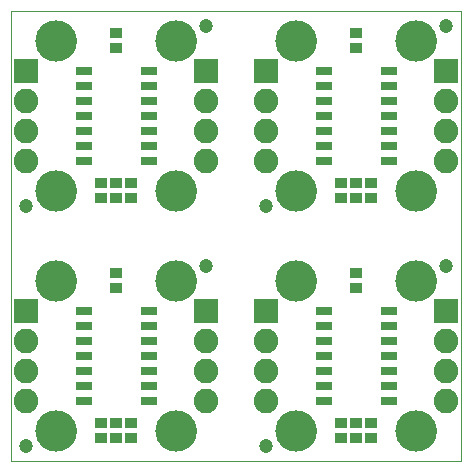
<source format=gts>
G75*
G70*
%OFA0B0*%
%FSLAX24Y24*%
%IPPOS*%
%LPD*%
%AMOC8*
5,1,8,0,0,1.08239X$1,22.5*
%
%ADD10C,0.0000*%
%ADD11R,0.0552X0.0277*%
%ADD12R,0.0434X0.0356*%
%ADD13C,0.1380*%
%ADD14R,0.0820X0.0820*%
%ADD15C,0.0820*%
%ADD16C,0.0474*%
D10*
X013838Y004001D02*
X020838Y004001D01*
X021338Y004001D01*
X021838Y004001D01*
X028838Y004001D01*
X028838Y011001D01*
X028838Y011501D01*
X028838Y012001D01*
X028838Y019001D01*
X021838Y019001D01*
X021338Y019001D01*
X020838Y019001D01*
X013838Y019001D01*
X013838Y012001D01*
X013838Y011501D01*
X013838Y011001D01*
X013838Y004001D01*
X014688Y005001D02*
X014690Y005051D01*
X014696Y005101D01*
X014706Y005151D01*
X014719Y005199D01*
X014736Y005247D01*
X014757Y005293D01*
X014781Y005337D01*
X014809Y005379D01*
X014840Y005419D01*
X014874Y005456D01*
X014911Y005491D01*
X014950Y005522D01*
X014991Y005551D01*
X015035Y005576D01*
X015081Y005598D01*
X015128Y005616D01*
X015176Y005630D01*
X015225Y005641D01*
X015275Y005648D01*
X015325Y005651D01*
X015376Y005650D01*
X015426Y005645D01*
X015476Y005636D01*
X015524Y005624D01*
X015572Y005607D01*
X015618Y005587D01*
X015663Y005564D01*
X015706Y005537D01*
X015746Y005507D01*
X015784Y005474D01*
X015819Y005438D01*
X015852Y005399D01*
X015881Y005358D01*
X015907Y005315D01*
X015930Y005270D01*
X015949Y005223D01*
X015964Y005175D01*
X015976Y005126D01*
X015984Y005076D01*
X015988Y005026D01*
X015988Y004976D01*
X015984Y004926D01*
X015976Y004876D01*
X015964Y004827D01*
X015949Y004779D01*
X015930Y004732D01*
X015907Y004687D01*
X015881Y004644D01*
X015852Y004603D01*
X015819Y004564D01*
X015784Y004528D01*
X015746Y004495D01*
X015706Y004465D01*
X015663Y004438D01*
X015618Y004415D01*
X015572Y004395D01*
X015524Y004378D01*
X015476Y004366D01*
X015426Y004357D01*
X015376Y004352D01*
X015325Y004351D01*
X015275Y004354D01*
X015225Y004361D01*
X015176Y004372D01*
X015128Y004386D01*
X015081Y004404D01*
X015035Y004426D01*
X014991Y004451D01*
X014950Y004480D01*
X014911Y004511D01*
X014874Y004546D01*
X014840Y004583D01*
X014809Y004623D01*
X014781Y004665D01*
X014757Y004709D01*
X014736Y004755D01*
X014719Y004803D01*
X014706Y004851D01*
X014696Y004901D01*
X014690Y004951D01*
X014688Y005001D01*
X018688Y005001D02*
X018690Y005051D01*
X018696Y005101D01*
X018706Y005151D01*
X018719Y005199D01*
X018736Y005247D01*
X018757Y005293D01*
X018781Y005337D01*
X018809Y005379D01*
X018840Y005419D01*
X018874Y005456D01*
X018911Y005491D01*
X018950Y005522D01*
X018991Y005551D01*
X019035Y005576D01*
X019081Y005598D01*
X019128Y005616D01*
X019176Y005630D01*
X019225Y005641D01*
X019275Y005648D01*
X019325Y005651D01*
X019376Y005650D01*
X019426Y005645D01*
X019476Y005636D01*
X019524Y005624D01*
X019572Y005607D01*
X019618Y005587D01*
X019663Y005564D01*
X019706Y005537D01*
X019746Y005507D01*
X019784Y005474D01*
X019819Y005438D01*
X019852Y005399D01*
X019881Y005358D01*
X019907Y005315D01*
X019930Y005270D01*
X019949Y005223D01*
X019964Y005175D01*
X019976Y005126D01*
X019984Y005076D01*
X019988Y005026D01*
X019988Y004976D01*
X019984Y004926D01*
X019976Y004876D01*
X019964Y004827D01*
X019949Y004779D01*
X019930Y004732D01*
X019907Y004687D01*
X019881Y004644D01*
X019852Y004603D01*
X019819Y004564D01*
X019784Y004528D01*
X019746Y004495D01*
X019706Y004465D01*
X019663Y004438D01*
X019618Y004415D01*
X019572Y004395D01*
X019524Y004378D01*
X019476Y004366D01*
X019426Y004357D01*
X019376Y004352D01*
X019325Y004351D01*
X019275Y004354D01*
X019225Y004361D01*
X019176Y004372D01*
X019128Y004386D01*
X019081Y004404D01*
X019035Y004426D01*
X018991Y004451D01*
X018950Y004480D01*
X018911Y004511D01*
X018874Y004546D01*
X018840Y004583D01*
X018809Y004623D01*
X018781Y004665D01*
X018757Y004709D01*
X018736Y004755D01*
X018719Y004803D01*
X018706Y004851D01*
X018696Y004901D01*
X018690Y004951D01*
X018688Y005001D01*
X022688Y005001D02*
X022690Y005051D01*
X022696Y005101D01*
X022706Y005151D01*
X022719Y005199D01*
X022736Y005247D01*
X022757Y005293D01*
X022781Y005337D01*
X022809Y005379D01*
X022840Y005419D01*
X022874Y005456D01*
X022911Y005491D01*
X022950Y005522D01*
X022991Y005551D01*
X023035Y005576D01*
X023081Y005598D01*
X023128Y005616D01*
X023176Y005630D01*
X023225Y005641D01*
X023275Y005648D01*
X023325Y005651D01*
X023376Y005650D01*
X023426Y005645D01*
X023476Y005636D01*
X023524Y005624D01*
X023572Y005607D01*
X023618Y005587D01*
X023663Y005564D01*
X023706Y005537D01*
X023746Y005507D01*
X023784Y005474D01*
X023819Y005438D01*
X023852Y005399D01*
X023881Y005358D01*
X023907Y005315D01*
X023930Y005270D01*
X023949Y005223D01*
X023964Y005175D01*
X023976Y005126D01*
X023984Y005076D01*
X023988Y005026D01*
X023988Y004976D01*
X023984Y004926D01*
X023976Y004876D01*
X023964Y004827D01*
X023949Y004779D01*
X023930Y004732D01*
X023907Y004687D01*
X023881Y004644D01*
X023852Y004603D01*
X023819Y004564D01*
X023784Y004528D01*
X023746Y004495D01*
X023706Y004465D01*
X023663Y004438D01*
X023618Y004415D01*
X023572Y004395D01*
X023524Y004378D01*
X023476Y004366D01*
X023426Y004357D01*
X023376Y004352D01*
X023325Y004351D01*
X023275Y004354D01*
X023225Y004361D01*
X023176Y004372D01*
X023128Y004386D01*
X023081Y004404D01*
X023035Y004426D01*
X022991Y004451D01*
X022950Y004480D01*
X022911Y004511D01*
X022874Y004546D01*
X022840Y004583D01*
X022809Y004623D01*
X022781Y004665D01*
X022757Y004709D01*
X022736Y004755D01*
X022719Y004803D01*
X022706Y004851D01*
X022696Y004901D01*
X022690Y004951D01*
X022688Y005001D01*
X026688Y005001D02*
X026690Y005051D01*
X026696Y005101D01*
X026706Y005151D01*
X026719Y005199D01*
X026736Y005247D01*
X026757Y005293D01*
X026781Y005337D01*
X026809Y005379D01*
X026840Y005419D01*
X026874Y005456D01*
X026911Y005491D01*
X026950Y005522D01*
X026991Y005551D01*
X027035Y005576D01*
X027081Y005598D01*
X027128Y005616D01*
X027176Y005630D01*
X027225Y005641D01*
X027275Y005648D01*
X027325Y005651D01*
X027376Y005650D01*
X027426Y005645D01*
X027476Y005636D01*
X027524Y005624D01*
X027572Y005607D01*
X027618Y005587D01*
X027663Y005564D01*
X027706Y005537D01*
X027746Y005507D01*
X027784Y005474D01*
X027819Y005438D01*
X027852Y005399D01*
X027881Y005358D01*
X027907Y005315D01*
X027930Y005270D01*
X027949Y005223D01*
X027964Y005175D01*
X027976Y005126D01*
X027984Y005076D01*
X027988Y005026D01*
X027988Y004976D01*
X027984Y004926D01*
X027976Y004876D01*
X027964Y004827D01*
X027949Y004779D01*
X027930Y004732D01*
X027907Y004687D01*
X027881Y004644D01*
X027852Y004603D01*
X027819Y004564D01*
X027784Y004528D01*
X027746Y004495D01*
X027706Y004465D01*
X027663Y004438D01*
X027618Y004415D01*
X027572Y004395D01*
X027524Y004378D01*
X027476Y004366D01*
X027426Y004357D01*
X027376Y004352D01*
X027325Y004351D01*
X027275Y004354D01*
X027225Y004361D01*
X027176Y004372D01*
X027128Y004386D01*
X027081Y004404D01*
X027035Y004426D01*
X026991Y004451D01*
X026950Y004480D01*
X026911Y004511D01*
X026874Y004546D01*
X026840Y004583D01*
X026809Y004623D01*
X026781Y004665D01*
X026757Y004709D01*
X026736Y004755D01*
X026719Y004803D01*
X026706Y004851D01*
X026696Y004901D01*
X026690Y004951D01*
X026688Y005001D01*
X026688Y010001D02*
X026690Y010051D01*
X026696Y010101D01*
X026706Y010151D01*
X026719Y010199D01*
X026736Y010247D01*
X026757Y010293D01*
X026781Y010337D01*
X026809Y010379D01*
X026840Y010419D01*
X026874Y010456D01*
X026911Y010491D01*
X026950Y010522D01*
X026991Y010551D01*
X027035Y010576D01*
X027081Y010598D01*
X027128Y010616D01*
X027176Y010630D01*
X027225Y010641D01*
X027275Y010648D01*
X027325Y010651D01*
X027376Y010650D01*
X027426Y010645D01*
X027476Y010636D01*
X027524Y010624D01*
X027572Y010607D01*
X027618Y010587D01*
X027663Y010564D01*
X027706Y010537D01*
X027746Y010507D01*
X027784Y010474D01*
X027819Y010438D01*
X027852Y010399D01*
X027881Y010358D01*
X027907Y010315D01*
X027930Y010270D01*
X027949Y010223D01*
X027964Y010175D01*
X027976Y010126D01*
X027984Y010076D01*
X027988Y010026D01*
X027988Y009976D01*
X027984Y009926D01*
X027976Y009876D01*
X027964Y009827D01*
X027949Y009779D01*
X027930Y009732D01*
X027907Y009687D01*
X027881Y009644D01*
X027852Y009603D01*
X027819Y009564D01*
X027784Y009528D01*
X027746Y009495D01*
X027706Y009465D01*
X027663Y009438D01*
X027618Y009415D01*
X027572Y009395D01*
X027524Y009378D01*
X027476Y009366D01*
X027426Y009357D01*
X027376Y009352D01*
X027325Y009351D01*
X027275Y009354D01*
X027225Y009361D01*
X027176Y009372D01*
X027128Y009386D01*
X027081Y009404D01*
X027035Y009426D01*
X026991Y009451D01*
X026950Y009480D01*
X026911Y009511D01*
X026874Y009546D01*
X026840Y009583D01*
X026809Y009623D01*
X026781Y009665D01*
X026757Y009709D01*
X026736Y009755D01*
X026719Y009803D01*
X026706Y009851D01*
X026696Y009901D01*
X026690Y009951D01*
X026688Y010001D01*
X022688Y010001D02*
X022690Y010051D01*
X022696Y010101D01*
X022706Y010151D01*
X022719Y010199D01*
X022736Y010247D01*
X022757Y010293D01*
X022781Y010337D01*
X022809Y010379D01*
X022840Y010419D01*
X022874Y010456D01*
X022911Y010491D01*
X022950Y010522D01*
X022991Y010551D01*
X023035Y010576D01*
X023081Y010598D01*
X023128Y010616D01*
X023176Y010630D01*
X023225Y010641D01*
X023275Y010648D01*
X023325Y010651D01*
X023376Y010650D01*
X023426Y010645D01*
X023476Y010636D01*
X023524Y010624D01*
X023572Y010607D01*
X023618Y010587D01*
X023663Y010564D01*
X023706Y010537D01*
X023746Y010507D01*
X023784Y010474D01*
X023819Y010438D01*
X023852Y010399D01*
X023881Y010358D01*
X023907Y010315D01*
X023930Y010270D01*
X023949Y010223D01*
X023964Y010175D01*
X023976Y010126D01*
X023984Y010076D01*
X023988Y010026D01*
X023988Y009976D01*
X023984Y009926D01*
X023976Y009876D01*
X023964Y009827D01*
X023949Y009779D01*
X023930Y009732D01*
X023907Y009687D01*
X023881Y009644D01*
X023852Y009603D01*
X023819Y009564D01*
X023784Y009528D01*
X023746Y009495D01*
X023706Y009465D01*
X023663Y009438D01*
X023618Y009415D01*
X023572Y009395D01*
X023524Y009378D01*
X023476Y009366D01*
X023426Y009357D01*
X023376Y009352D01*
X023325Y009351D01*
X023275Y009354D01*
X023225Y009361D01*
X023176Y009372D01*
X023128Y009386D01*
X023081Y009404D01*
X023035Y009426D01*
X022991Y009451D01*
X022950Y009480D01*
X022911Y009511D01*
X022874Y009546D01*
X022840Y009583D01*
X022809Y009623D01*
X022781Y009665D01*
X022757Y009709D01*
X022736Y009755D01*
X022719Y009803D01*
X022706Y009851D01*
X022696Y009901D01*
X022690Y009951D01*
X022688Y010001D01*
X018688Y010001D02*
X018690Y010051D01*
X018696Y010101D01*
X018706Y010151D01*
X018719Y010199D01*
X018736Y010247D01*
X018757Y010293D01*
X018781Y010337D01*
X018809Y010379D01*
X018840Y010419D01*
X018874Y010456D01*
X018911Y010491D01*
X018950Y010522D01*
X018991Y010551D01*
X019035Y010576D01*
X019081Y010598D01*
X019128Y010616D01*
X019176Y010630D01*
X019225Y010641D01*
X019275Y010648D01*
X019325Y010651D01*
X019376Y010650D01*
X019426Y010645D01*
X019476Y010636D01*
X019524Y010624D01*
X019572Y010607D01*
X019618Y010587D01*
X019663Y010564D01*
X019706Y010537D01*
X019746Y010507D01*
X019784Y010474D01*
X019819Y010438D01*
X019852Y010399D01*
X019881Y010358D01*
X019907Y010315D01*
X019930Y010270D01*
X019949Y010223D01*
X019964Y010175D01*
X019976Y010126D01*
X019984Y010076D01*
X019988Y010026D01*
X019988Y009976D01*
X019984Y009926D01*
X019976Y009876D01*
X019964Y009827D01*
X019949Y009779D01*
X019930Y009732D01*
X019907Y009687D01*
X019881Y009644D01*
X019852Y009603D01*
X019819Y009564D01*
X019784Y009528D01*
X019746Y009495D01*
X019706Y009465D01*
X019663Y009438D01*
X019618Y009415D01*
X019572Y009395D01*
X019524Y009378D01*
X019476Y009366D01*
X019426Y009357D01*
X019376Y009352D01*
X019325Y009351D01*
X019275Y009354D01*
X019225Y009361D01*
X019176Y009372D01*
X019128Y009386D01*
X019081Y009404D01*
X019035Y009426D01*
X018991Y009451D01*
X018950Y009480D01*
X018911Y009511D01*
X018874Y009546D01*
X018840Y009583D01*
X018809Y009623D01*
X018781Y009665D01*
X018757Y009709D01*
X018736Y009755D01*
X018719Y009803D01*
X018706Y009851D01*
X018696Y009901D01*
X018690Y009951D01*
X018688Y010001D01*
X014688Y010001D02*
X014690Y010051D01*
X014696Y010101D01*
X014706Y010151D01*
X014719Y010199D01*
X014736Y010247D01*
X014757Y010293D01*
X014781Y010337D01*
X014809Y010379D01*
X014840Y010419D01*
X014874Y010456D01*
X014911Y010491D01*
X014950Y010522D01*
X014991Y010551D01*
X015035Y010576D01*
X015081Y010598D01*
X015128Y010616D01*
X015176Y010630D01*
X015225Y010641D01*
X015275Y010648D01*
X015325Y010651D01*
X015376Y010650D01*
X015426Y010645D01*
X015476Y010636D01*
X015524Y010624D01*
X015572Y010607D01*
X015618Y010587D01*
X015663Y010564D01*
X015706Y010537D01*
X015746Y010507D01*
X015784Y010474D01*
X015819Y010438D01*
X015852Y010399D01*
X015881Y010358D01*
X015907Y010315D01*
X015930Y010270D01*
X015949Y010223D01*
X015964Y010175D01*
X015976Y010126D01*
X015984Y010076D01*
X015988Y010026D01*
X015988Y009976D01*
X015984Y009926D01*
X015976Y009876D01*
X015964Y009827D01*
X015949Y009779D01*
X015930Y009732D01*
X015907Y009687D01*
X015881Y009644D01*
X015852Y009603D01*
X015819Y009564D01*
X015784Y009528D01*
X015746Y009495D01*
X015706Y009465D01*
X015663Y009438D01*
X015618Y009415D01*
X015572Y009395D01*
X015524Y009378D01*
X015476Y009366D01*
X015426Y009357D01*
X015376Y009352D01*
X015325Y009351D01*
X015275Y009354D01*
X015225Y009361D01*
X015176Y009372D01*
X015128Y009386D01*
X015081Y009404D01*
X015035Y009426D01*
X014991Y009451D01*
X014950Y009480D01*
X014911Y009511D01*
X014874Y009546D01*
X014840Y009583D01*
X014809Y009623D01*
X014781Y009665D01*
X014757Y009709D01*
X014736Y009755D01*
X014719Y009803D01*
X014706Y009851D01*
X014696Y009901D01*
X014690Y009951D01*
X014688Y010001D01*
X014688Y013001D02*
X014690Y013051D01*
X014696Y013101D01*
X014706Y013151D01*
X014719Y013199D01*
X014736Y013247D01*
X014757Y013293D01*
X014781Y013337D01*
X014809Y013379D01*
X014840Y013419D01*
X014874Y013456D01*
X014911Y013491D01*
X014950Y013522D01*
X014991Y013551D01*
X015035Y013576D01*
X015081Y013598D01*
X015128Y013616D01*
X015176Y013630D01*
X015225Y013641D01*
X015275Y013648D01*
X015325Y013651D01*
X015376Y013650D01*
X015426Y013645D01*
X015476Y013636D01*
X015524Y013624D01*
X015572Y013607D01*
X015618Y013587D01*
X015663Y013564D01*
X015706Y013537D01*
X015746Y013507D01*
X015784Y013474D01*
X015819Y013438D01*
X015852Y013399D01*
X015881Y013358D01*
X015907Y013315D01*
X015930Y013270D01*
X015949Y013223D01*
X015964Y013175D01*
X015976Y013126D01*
X015984Y013076D01*
X015988Y013026D01*
X015988Y012976D01*
X015984Y012926D01*
X015976Y012876D01*
X015964Y012827D01*
X015949Y012779D01*
X015930Y012732D01*
X015907Y012687D01*
X015881Y012644D01*
X015852Y012603D01*
X015819Y012564D01*
X015784Y012528D01*
X015746Y012495D01*
X015706Y012465D01*
X015663Y012438D01*
X015618Y012415D01*
X015572Y012395D01*
X015524Y012378D01*
X015476Y012366D01*
X015426Y012357D01*
X015376Y012352D01*
X015325Y012351D01*
X015275Y012354D01*
X015225Y012361D01*
X015176Y012372D01*
X015128Y012386D01*
X015081Y012404D01*
X015035Y012426D01*
X014991Y012451D01*
X014950Y012480D01*
X014911Y012511D01*
X014874Y012546D01*
X014840Y012583D01*
X014809Y012623D01*
X014781Y012665D01*
X014757Y012709D01*
X014736Y012755D01*
X014719Y012803D01*
X014706Y012851D01*
X014696Y012901D01*
X014690Y012951D01*
X014688Y013001D01*
X018688Y013001D02*
X018690Y013051D01*
X018696Y013101D01*
X018706Y013151D01*
X018719Y013199D01*
X018736Y013247D01*
X018757Y013293D01*
X018781Y013337D01*
X018809Y013379D01*
X018840Y013419D01*
X018874Y013456D01*
X018911Y013491D01*
X018950Y013522D01*
X018991Y013551D01*
X019035Y013576D01*
X019081Y013598D01*
X019128Y013616D01*
X019176Y013630D01*
X019225Y013641D01*
X019275Y013648D01*
X019325Y013651D01*
X019376Y013650D01*
X019426Y013645D01*
X019476Y013636D01*
X019524Y013624D01*
X019572Y013607D01*
X019618Y013587D01*
X019663Y013564D01*
X019706Y013537D01*
X019746Y013507D01*
X019784Y013474D01*
X019819Y013438D01*
X019852Y013399D01*
X019881Y013358D01*
X019907Y013315D01*
X019930Y013270D01*
X019949Y013223D01*
X019964Y013175D01*
X019976Y013126D01*
X019984Y013076D01*
X019988Y013026D01*
X019988Y012976D01*
X019984Y012926D01*
X019976Y012876D01*
X019964Y012827D01*
X019949Y012779D01*
X019930Y012732D01*
X019907Y012687D01*
X019881Y012644D01*
X019852Y012603D01*
X019819Y012564D01*
X019784Y012528D01*
X019746Y012495D01*
X019706Y012465D01*
X019663Y012438D01*
X019618Y012415D01*
X019572Y012395D01*
X019524Y012378D01*
X019476Y012366D01*
X019426Y012357D01*
X019376Y012352D01*
X019325Y012351D01*
X019275Y012354D01*
X019225Y012361D01*
X019176Y012372D01*
X019128Y012386D01*
X019081Y012404D01*
X019035Y012426D01*
X018991Y012451D01*
X018950Y012480D01*
X018911Y012511D01*
X018874Y012546D01*
X018840Y012583D01*
X018809Y012623D01*
X018781Y012665D01*
X018757Y012709D01*
X018736Y012755D01*
X018719Y012803D01*
X018706Y012851D01*
X018696Y012901D01*
X018690Y012951D01*
X018688Y013001D01*
X022688Y013001D02*
X022690Y013051D01*
X022696Y013101D01*
X022706Y013151D01*
X022719Y013199D01*
X022736Y013247D01*
X022757Y013293D01*
X022781Y013337D01*
X022809Y013379D01*
X022840Y013419D01*
X022874Y013456D01*
X022911Y013491D01*
X022950Y013522D01*
X022991Y013551D01*
X023035Y013576D01*
X023081Y013598D01*
X023128Y013616D01*
X023176Y013630D01*
X023225Y013641D01*
X023275Y013648D01*
X023325Y013651D01*
X023376Y013650D01*
X023426Y013645D01*
X023476Y013636D01*
X023524Y013624D01*
X023572Y013607D01*
X023618Y013587D01*
X023663Y013564D01*
X023706Y013537D01*
X023746Y013507D01*
X023784Y013474D01*
X023819Y013438D01*
X023852Y013399D01*
X023881Y013358D01*
X023907Y013315D01*
X023930Y013270D01*
X023949Y013223D01*
X023964Y013175D01*
X023976Y013126D01*
X023984Y013076D01*
X023988Y013026D01*
X023988Y012976D01*
X023984Y012926D01*
X023976Y012876D01*
X023964Y012827D01*
X023949Y012779D01*
X023930Y012732D01*
X023907Y012687D01*
X023881Y012644D01*
X023852Y012603D01*
X023819Y012564D01*
X023784Y012528D01*
X023746Y012495D01*
X023706Y012465D01*
X023663Y012438D01*
X023618Y012415D01*
X023572Y012395D01*
X023524Y012378D01*
X023476Y012366D01*
X023426Y012357D01*
X023376Y012352D01*
X023325Y012351D01*
X023275Y012354D01*
X023225Y012361D01*
X023176Y012372D01*
X023128Y012386D01*
X023081Y012404D01*
X023035Y012426D01*
X022991Y012451D01*
X022950Y012480D01*
X022911Y012511D01*
X022874Y012546D01*
X022840Y012583D01*
X022809Y012623D01*
X022781Y012665D01*
X022757Y012709D01*
X022736Y012755D01*
X022719Y012803D01*
X022706Y012851D01*
X022696Y012901D01*
X022690Y012951D01*
X022688Y013001D01*
X026688Y013001D02*
X026690Y013051D01*
X026696Y013101D01*
X026706Y013151D01*
X026719Y013199D01*
X026736Y013247D01*
X026757Y013293D01*
X026781Y013337D01*
X026809Y013379D01*
X026840Y013419D01*
X026874Y013456D01*
X026911Y013491D01*
X026950Y013522D01*
X026991Y013551D01*
X027035Y013576D01*
X027081Y013598D01*
X027128Y013616D01*
X027176Y013630D01*
X027225Y013641D01*
X027275Y013648D01*
X027325Y013651D01*
X027376Y013650D01*
X027426Y013645D01*
X027476Y013636D01*
X027524Y013624D01*
X027572Y013607D01*
X027618Y013587D01*
X027663Y013564D01*
X027706Y013537D01*
X027746Y013507D01*
X027784Y013474D01*
X027819Y013438D01*
X027852Y013399D01*
X027881Y013358D01*
X027907Y013315D01*
X027930Y013270D01*
X027949Y013223D01*
X027964Y013175D01*
X027976Y013126D01*
X027984Y013076D01*
X027988Y013026D01*
X027988Y012976D01*
X027984Y012926D01*
X027976Y012876D01*
X027964Y012827D01*
X027949Y012779D01*
X027930Y012732D01*
X027907Y012687D01*
X027881Y012644D01*
X027852Y012603D01*
X027819Y012564D01*
X027784Y012528D01*
X027746Y012495D01*
X027706Y012465D01*
X027663Y012438D01*
X027618Y012415D01*
X027572Y012395D01*
X027524Y012378D01*
X027476Y012366D01*
X027426Y012357D01*
X027376Y012352D01*
X027325Y012351D01*
X027275Y012354D01*
X027225Y012361D01*
X027176Y012372D01*
X027128Y012386D01*
X027081Y012404D01*
X027035Y012426D01*
X026991Y012451D01*
X026950Y012480D01*
X026911Y012511D01*
X026874Y012546D01*
X026840Y012583D01*
X026809Y012623D01*
X026781Y012665D01*
X026757Y012709D01*
X026736Y012755D01*
X026719Y012803D01*
X026706Y012851D01*
X026696Y012901D01*
X026690Y012951D01*
X026688Y013001D01*
X026688Y018001D02*
X026690Y018051D01*
X026696Y018101D01*
X026706Y018151D01*
X026719Y018199D01*
X026736Y018247D01*
X026757Y018293D01*
X026781Y018337D01*
X026809Y018379D01*
X026840Y018419D01*
X026874Y018456D01*
X026911Y018491D01*
X026950Y018522D01*
X026991Y018551D01*
X027035Y018576D01*
X027081Y018598D01*
X027128Y018616D01*
X027176Y018630D01*
X027225Y018641D01*
X027275Y018648D01*
X027325Y018651D01*
X027376Y018650D01*
X027426Y018645D01*
X027476Y018636D01*
X027524Y018624D01*
X027572Y018607D01*
X027618Y018587D01*
X027663Y018564D01*
X027706Y018537D01*
X027746Y018507D01*
X027784Y018474D01*
X027819Y018438D01*
X027852Y018399D01*
X027881Y018358D01*
X027907Y018315D01*
X027930Y018270D01*
X027949Y018223D01*
X027964Y018175D01*
X027976Y018126D01*
X027984Y018076D01*
X027988Y018026D01*
X027988Y017976D01*
X027984Y017926D01*
X027976Y017876D01*
X027964Y017827D01*
X027949Y017779D01*
X027930Y017732D01*
X027907Y017687D01*
X027881Y017644D01*
X027852Y017603D01*
X027819Y017564D01*
X027784Y017528D01*
X027746Y017495D01*
X027706Y017465D01*
X027663Y017438D01*
X027618Y017415D01*
X027572Y017395D01*
X027524Y017378D01*
X027476Y017366D01*
X027426Y017357D01*
X027376Y017352D01*
X027325Y017351D01*
X027275Y017354D01*
X027225Y017361D01*
X027176Y017372D01*
X027128Y017386D01*
X027081Y017404D01*
X027035Y017426D01*
X026991Y017451D01*
X026950Y017480D01*
X026911Y017511D01*
X026874Y017546D01*
X026840Y017583D01*
X026809Y017623D01*
X026781Y017665D01*
X026757Y017709D01*
X026736Y017755D01*
X026719Y017803D01*
X026706Y017851D01*
X026696Y017901D01*
X026690Y017951D01*
X026688Y018001D01*
X022688Y018001D02*
X022690Y018051D01*
X022696Y018101D01*
X022706Y018151D01*
X022719Y018199D01*
X022736Y018247D01*
X022757Y018293D01*
X022781Y018337D01*
X022809Y018379D01*
X022840Y018419D01*
X022874Y018456D01*
X022911Y018491D01*
X022950Y018522D01*
X022991Y018551D01*
X023035Y018576D01*
X023081Y018598D01*
X023128Y018616D01*
X023176Y018630D01*
X023225Y018641D01*
X023275Y018648D01*
X023325Y018651D01*
X023376Y018650D01*
X023426Y018645D01*
X023476Y018636D01*
X023524Y018624D01*
X023572Y018607D01*
X023618Y018587D01*
X023663Y018564D01*
X023706Y018537D01*
X023746Y018507D01*
X023784Y018474D01*
X023819Y018438D01*
X023852Y018399D01*
X023881Y018358D01*
X023907Y018315D01*
X023930Y018270D01*
X023949Y018223D01*
X023964Y018175D01*
X023976Y018126D01*
X023984Y018076D01*
X023988Y018026D01*
X023988Y017976D01*
X023984Y017926D01*
X023976Y017876D01*
X023964Y017827D01*
X023949Y017779D01*
X023930Y017732D01*
X023907Y017687D01*
X023881Y017644D01*
X023852Y017603D01*
X023819Y017564D01*
X023784Y017528D01*
X023746Y017495D01*
X023706Y017465D01*
X023663Y017438D01*
X023618Y017415D01*
X023572Y017395D01*
X023524Y017378D01*
X023476Y017366D01*
X023426Y017357D01*
X023376Y017352D01*
X023325Y017351D01*
X023275Y017354D01*
X023225Y017361D01*
X023176Y017372D01*
X023128Y017386D01*
X023081Y017404D01*
X023035Y017426D01*
X022991Y017451D01*
X022950Y017480D01*
X022911Y017511D01*
X022874Y017546D01*
X022840Y017583D01*
X022809Y017623D01*
X022781Y017665D01*
X022757Y017709D01*
X022736Y017755D01*
X022719Y017803D01*
X022706Y017851D01*
X022696Y017901D01*
X022690Y017951D01*
X022688Y018001D01*
X018688Y018001D02*
X018690Y018051D01*
X018696Y018101D01*
X018706Y018151D01*
X018719Y018199D01*
X018736Y018247D01*
X018757Y018293D01*
X018781Y018337D01*
X018809Y018379D01*
X018840Y018419D01*
X018874Y018456D01*
X018911Y018491D01*
X018950Y018522D01*
X018991Y018551D01*
X019035Y018576D01*
X019081Y018598D01*
X019128Y018616D01*
X019176Y018630D01*
X019225Y018641D01*
X019275Y018648D01*
X019325Y018651D01*
X019376Y018650D01*
X019426Y018645D01*
X019476Y018636D01*
X019524Y018624D01*
X019572Y018607D01*
X019618Y018587D01*
X019663Y018564D01*
X019706Y018537D01*
X019746Y018507D01*
X019784Y018474D01*
X019819Y018438D01*
X019852Y018399D01*
X019881Y018358D01*
X019907Y018315D01*
X019930Y018270D01*
X019949Y018223D01*
X019964Y018175D01*
X019976Y018126D01*
X019984Y018076D01*
X019988Y018026D01*
X019988Y017976D01*
X019984Y017926D01*
X019976Y017876D01*
X019964Y017827D01*
X019949Y017779D01*
X019930Y017732D01*
X019907Y017687D01*
X019881Y017644D01*
X019852Y017603D01*
X019819Y017564D01*
X019784Y017528D01*
X019746Y017495D01*
X019706Y017465D01*
X019663Y017438D01*
X019618Y017415D01*
X019572Y017395D01*
X019524Y017378D01*
X019476Y017366D01*
X019426Y017357D01*
X019376Y017352D01*
X019325Y017351D01*
X019275Y017354D01*
X019225Y017361D01*
X019176Y017372D01*
X019128Y017386D01*
X019081Y017404D01*
X019035Y017426D01*
X018991Y017451D01*
X018950Y017480D01*
X018911Y017511D01*
X018874Y017546D01*
X018840Y017583D01*
X018809Y017623D01*
X018781Y017665D01*
X018757Y017709D01*
X018736Y017755D01*
X018719Y017803D01*
X018706Y017851D01*
X018696Y017901D01*
X018690Y017951D01*
X018688Y018001D01*
X014688Y018001D02*
X014690Y018051D01*
X014696Y018101D01*
X014706Y018151D01*
X014719Y018199D01*
X014736Y018247D01*
X014757Y018293D01*
X014781Y018337D01*
X014809Y018379D01*
X014840Y018419D01*
X014874Y018456D01*
X014911Y018491D01*
X014950Y018522D01*
X014991Y018551D01*
X015035Y018576D01*
X015081Y018598D01*
X015128Y018616D01*
X015176Y018630D01*
X015225Y018641D01*
X015275Y018648D01*
X015325Y018651D01*
X015376Y018650D01*
X015426Y018645D01*
X015476Y018636D01*
X015524Y018624D01*
X015572Y018607D01*
X015618Y018587D01*
X015663Y018564D01*
X015706Y018537D01*
X015746Y018507D01*
X015784Y018474D01*
X015819Y018438D01*
X015852Y018399D01*
X015881Y018358D01*
X015907Y018315D01*
X015930Y018270D01*
X015949Y018223D01*
X015964Y018175D01*
X015976Y018126D01*
X015984Y018076D01*
X015988Y018026D01*
X015988Y017976D01*
X015984Y017926D01*
X015976Y017876D01*
X015964Y017827D01*
X015949Y017779D01*
X015930Y017732D01*
X015907Y017687D01*
X015881Y017644D01*
X015852Y017603D01*
X015819Y017564D01*
X015784Y017528D01*
X015746Y017495D01*
X015706Y017465D01*
X015663Y017438D01*
X015618Y017415D01*
X015572Y017395D01*
X015524Y017378D01*
X015476Y017366D01*
X015426Y017357D01*
X015376Y017352D01*
X015325Y017351D01*
X015275Y017354D01*
X015225Y017361D01*
X015176Y017372D01*
X015128Y017386D01*
X015081Y017404D01*
X015035Y017426D01*
X014991Y017451D01*
X014950Y017480D01*
X014911Y017511D01*
X014874Y017546D01*
X014840Y017583D01*
X014809Y017623D01*
X014781Y017665D01*
X014757Y017709D01*
X014736Y017755D01*
X014719Y017803D01*
X014706Y017851D01*
X014696Y017901D01*
X014690Y017951D01*
X014688Y018001D01*
D11*
X016255Y017001D03*
X016255Y016501D03*
X016255Y016001D03*
X016255Y015501D03*
X016255Y015001D03*
X016255Y014501D03*
X016255Y014001D03*
X018421Y014001D03*
X018421Y014501D03*
X018421Y015001D03*
X018421Y015501D03*
X018421Y016001D03*
X018421Y016501D03*
X018421Y017001D03*
X024255Y017001D03*
X024255Y016501D03*
X024255Y016001D03*
X024255Y015501D03*
X024255Y015001D03*
X024255Y014501D03*
X024255Y014001D03*
X026421Y014001D03*
X026421Y014501D03*
X026421Y015001D03*
X026421Y015501D03*
X026421Y016001D03*
X026421Y016501D03*
X026421Y017001D03*
X026421Y009001D03*
X026421Y008501D03*
X026421Y008001D03*
X026421Y007501D03*
X026421Y007001D03*
X026421Y006501D03*
X026421Y006001D03*
X024255Y006001D03*
X024255Y006501D03*
X024255Y007001D03*
X024255Y007501D03*
X024255Y008001D03*
X024255Y008501D03*
X024255Y009001D03*
X018421Y009001D03*
X018421Y008501D03*
X018421Y008001D03*
X018421Y007501D03*
X018421Y007001D03*
X018421Y006501D03*
X018421Y006001D03*
X016255Y006001D03*
X016255Y006501D03*
X016255Y007001D03*
X016255Y007501D03*
X016255Y008001D03*
X016255Y008501D03*
X016255Y009001D03*
D12*
X017338Y009745D03*
X017338Y010257D03*
X017338Y012745D03*
X016838Y012745D03*
X017838Y012745D03*
X017838Y013257D03*
X017338Y013257D03*
X016838Y013257D03*
X024838Y013257D03*
X025338Y013257D03*
X025838Y013257D03*
X025838Y012745D03*
X025338Y012745D03*
X024838Y012745D03*
X025338Y010257D03*
X025338Y009745D03*
X025338Y005257D03*
X024838Y005257D03*
X024838Y004745D03*
X025338Y004745D03*
X025838Y004745D03*
X025838Y005257D03*
X017838Y005257D03*
X017338Y005257D03*
X016838Y005257D03*
X016838Y004745D03*
X017338Y004745D03*
X017838Y004745D03*
X017338Y017745D03*
X017338Y018257D03*
X025338Y018257D03*
X025338Y017745D03*
D13*
X023338Y018001D03*
X027338Y018001D03*
X019338Y018001D03*
X015338Y018001D03*
X015338Y013001D03*
X019338Y013001D03*
X023338Y013001D03*
X027338Y013001D03*
X027338Y010001D03*
X023338Y010001D03*
X019338Y010001D03*
X015338Y010001D03*
X015338Y005001D03*
X019338Y005001D03*
X023338Y005001D03*
X027338Y005001D03*
D14*
X028338Y009001D03*
X022338Y009001D03*
X020338Y009001D03*
X014338Y009001D03*
X014338Y017001D03*
X020338Y017001D03*
X022338Y017001D03*
X028338Y017001D03*
D15*
X028338Y016001D03*
X028338Y015001D03*
X028338Y014001D03*
X022338Y014001D03*
X020338Y014001D03*
X020338Y015001D03*
X022338Y015001D03*
X022338Y016001D03*
X020338Y016001D03*
X014338Y016001D03*
X014338Y015001D03*
X014338Y014001D03*
X014338Y008001D03*
X014338Y007001D03*
X014338Y006001D03*
X020338Y006001D03*
X022338Y006001D03*
X022338Y007001D03*
X020338Y007001D03*
X020338Y008001D03*
X022338Y008001D03*
X028338Y008001D03*
X028338Y007001D03*
X028338Y006001D03*
D16*
X022338Y004501D03*
X014338Y004501D03*
X020338Y010501D03*
X022338Y012501D03*
X028338Y010501D03*
X014338Y012501D03*
X020338Y018501D03*
X028338Y018501D03*
M02*

</source>
